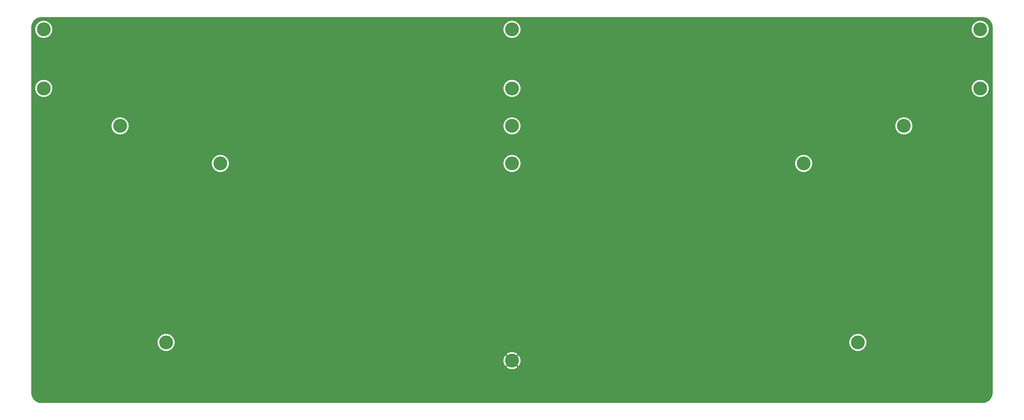
<source format=gbr>
G04 #@! TF.GenerationSoftware,KiCad,Pcbnew,7.0.10*
G04 #@! TF.CreationDate,2024-01-29T11:57:02+01:00*
G04 #@! TF.ProjectId,discipline-pcb,64697363-6970-46c6-996e-652d7063622e,rev?*
G04 #@! TF.SameCoordinates,Original*
G04 #@! TF.FileFunction,Copper,L2,Bot*
G04 #@! TF.FilePolarity,Positive*
%FSLAX46Y46*%
G04 Gerber Fmt 4.6, Leading zero omitted, Abs format (unit mm)*
G04 Created by KiCad (PCBNEW 7.0.10) date 2024-01-29 11:57:02*
%MOMM*%
%LPD*%
G01*
G04 APERTURE LIST*
G04 #@! TA.AperFunction,ComponentPad*
%ADD10C,4.400000*%
G04 #@! TD*
G04 APERTURE END LIST*
D10*
X206213345Y-92373872D03*
X81973322Y-92373872D03*
X330453369Y-92373872D03*
X206213345Y-166958110D03*
X206213345Y-61694750D03*
X206213345Y-80444750D03*
X206213345Y-104302994D03*
X298671968Y-104302994D03*
X113754723Y-104302994D03*
X315860803Y-161146960D03*
X96565888Y-161146960D03*
X354660309Y-80444750D03*
X354660309Y-61694750D03*
X57766382Y-61694750D03*
X57766382Y-80444750D03*
G04 #@! TA.AperFunction,Conductor*
G36*
X355356552Y-57770422D02*
G01*
X355684447Y-57787602D01*
X355697558Y-57788979D01*
X355697769Y-57789013D01*
X356018614Y-57839826D01*
X356031516Y-57842568D01*
X356345492Y-57926693D01*
X356358024Y-57930765D01*
X356496205Y-57983806D01*
X356661498Y-58047254D01*
X356673547Y-58052619D01*
X356963167Y-58200184D01*
X356974588Y-58206778D01*
X357247202Y-58383812D01*
X357257855Y-58391550D01*
X357510482Y-58596121D01*
X357520283Y-58604946D01*
X357750128Y-58834788D01*
X357758953Y-58844589D01*
X357963515Y-59097200D01*
X357971267Y-59107870D01*
X358148300Y-59380474D01*
X358154895Y-59391896D01*
X358302467Y-59681521D01*
X358307831Y-59693570D01*
X358424318Y-59997028D01*
X358428394Y-60009571D01*
X358512523Y-60323545D01*
X358515265Y-60336445D01*
X358566115Y-60657499D01*
X358567493Y-60670616D01*
X358584636Y-60997724D01*
X358584809Y-61004318D01*
X358584809Y-177191869D01*
X358584636Y-177198462D01*
X358567455Y-177526352D01*
X358566077Y-177539469D01*
X358515230Y-177860521D01*
X358512488Y-177873421D01*
X358428361Y-178187398D01*
X358424285Y-178199942D01*
X358307804Y-178503391D01*
X358302440Y-178515439D01*
X358154873Y-178805058D01*
X358148279Y-178816480D01*
X357971241Y-179089096D01*
X357963488Y-179099766D01*
X357758937Y-179352366D01*
X357750112Y-179362168D01*
X357520266Y-179592013D01*
X357510465Y-179600838D01*
X357257852Y-179805399D01*
X357247182Y-179813151D01*
X356974573Y-179990184D01*
X356963151Y-179996778D01*
X356673538Y-180144340D01*
X356661489Y-180149705D01*
X356358022Y-180266191D01*
X356345479Y-180270266D01*
X356031510Y-180354391D01*
X356018609Y-180357133D01*
X355697560Y-180407978D01*
X355684444Y-180409356D01*
X355356360Y-180426546D01*
X355349767Y-180426719D01*
X57120737Y-180426719D01*
X57120477Y-180426678D01*
X57079663Y-180426715D01*
X57073070Y-180426548D01*
X56745164Y-180409664D01*
X56732046Y-180408298D01*
X56410942Y-180357742D01*
X56398039Y-180355011D01*
X56083997Y-180271172D01*
X56071450Y-180267108D01*
X55767886Y-180150899D01*
X55755837Y-180145548D01*
X55678695Y-180106330D01*
X55466078Y-179998241D01*
X55454650Y-179991657D01*
X55181878Y-179814870D01*
X55171201Y-179807127D01*
X54918413Y-179602803D01*
X54908604Y-179593987D01*
X54678549Y-179364350D01*
X54669719Y-179354563D01*
X54464917Y-179102121D01*
X54457173Y-179091482D01*
X54279874Y-178819004D01*
X54273280Y-178807606D01*
X54235142Y-178732923D01*
X54125442Y-178518105D01*
X54120083Y-178506100D01*
X54003306Y-178202702D01*
X53999227Y-178190183D01*
X53914813Y-177876273D01*
X53912065Y-177863403D01*
X53860925Y-177542379D01*
X53859536Y-177529268D01*
X53842061Y-177201448D01*
X53841882Y-177194741D01*
X53841882Y-166958111D01*
X203500395Y-166958111D01*
X203520174Y-167285117D01*
X203520175Y-167285120D01*
X203579225Y-167607348D01*
X203579227Y-167607357D01*
X203676693Y-167920134D01*
X203811148Y-168218882D01*
X203980627Y-168499235D01*
X203980630Y-168499240D01*
X204126637Y-168685605D01*
X204126638Y-168685606D01*
X205275203Y-167537041D01*
X205378239Y-167681734D01*
X205530277Y-167826702D01*
X205636010Y-167894652D01*
X204485847Y-169044815D01*
X204485848Y-169044816D01*
X204672214Y-169190824D01*
X204672219Y-169190827D01*
X204952572Y-169360306D01*
X205251320Y-169494761D01*
X205564097Y-169592227D01*
X205564106Y-169592229D01*
X205886334Y-169651279D01*
X205886337Y-169651280D01*
X206213344Y-169671060D01*
X206213346Y-169671060D01*
X206540352Y-169651280D01*
X206540355Y-169651279D01*
X206862583Y-169592229D01*
X206862592Y-169592227D01*
X207175369Y-169494761D01*
X207474117Y-169360306D01*
X207754472Y-169190826D01*
X207940840Y-169044815D01*
X207940841Y-169044815D01*
X206792919Y-167896893D01*
X206810755Y-167887699D01*
X206975885Y-167757839D01*
X207113455Y-167599075D01*
X207150080Y-167535636D01*
X208300050Y-168685606D01*
X208300050Y-168685605D01*
X208446061Y-168499237D01*
X208615541Y-168218882D01*
X208749996Y-167920134D01*
X208847462Y-167607357D01*
X208847464Y-167607348D01*
X208906514Y-167285120D01*
X208906515Y-167285117D01*
X208926295Y-166958111D01*
X208926295Y-166958108D01*
X208906515Y-166631102D01*
X208906514Y-166631099D01*
X208847464Y-166308871D01*
X208847462Y-166308862D01*
X208749996Y-165996085D01*
X208615541Y-165697337D01*
X208446062Y-165416984D01*
X208446059Y-165416979D01*
X208300051Y-165230613D01*
X208300050Y-165230612D01*
X207151485Y-166379177D01*
X207048451Y-166234486D01*
X206896413Y-166089518D01*
X206790678Y-166021566D01*
X207940841Y-164871403D01*
X207940840Y-164871402D01*
X207754475Y-164725395D01*
X207754470Y-164725392D01*
X207474117Y-164555913D01*
X207175369Y-164421458D01*
X206862592Y-164323992D01*
X206862583Y-164323990D01*
X206540355Y-164264940D01*
X206540352Y-164264939D01*
X206213346Y-164245160D01*
X206213344Y-164245160D01*
X205886337Y-164264939D01*
X205886334Y-164264940D01*
X205564106Y-164323990D01*
X205564097Y-164323992D01*
X205251320Y-164421458D01*
X204952572Y-164555913D01*
X204672222Y-164725390D01*
X204485847Y-164871403D01*
X205633770Y-166019326D01*
X205615935Y-166028521D01*
X205450805Y-166158381D01*
X205313235Y-166317145D01*
X205276609Y-166380583D01*
X204126638Y-165230612D01*
X203980625Y-165416987D01*
X203811148Y-165697337D01*
X203676693Y-165996085D01*
X203579227Y-166308862D01*
X203579225Y-166308871D01*
X203520175Y-166631099D01*
X203520174Y-166631102D01*
X203500395Y-166958108D01*
X203500395Y-166958111D01*
X53841882Y-166958111D01*
X53841882Y-161146961D01*
X93852437Y-161146961D01*
X93872220Y-161474027D01*
X93872221Y-161474030D01*
X93931284Y-161796330D01*
X94028768Y-162109167D01*
X94163244Y-162407963D01*
X94332759Y-162688372D01*
X94534842Y-162946312D01*
X94534847Y-162946318D01*
X94766529Y-163178000D01*
X94766535Y-163178005D01*
X94766537Y-163178007D01*
X95024472Y-163380086D01*
X95024475Y-163380088D01*
X95304884Y-163549603D01*
X95603680Y-163684079D01*
X95603681Y-163684079D01*
X95603685Y-163684081D01*
X95916517Y-163781563D01*
X96238818Y-163840627D01*
X96456864Y-163853816D01*
X96565887Y-163860411D01*
X96565888Y-163860411D01*
X96565889Y-163860411D01*
X96647655Y-163855465D01*
X96892958Y-163840627D01*
X97215259Y-163781563D01*
X97528091Y-163684081D01*
X97607707Y-163648248D01*
X97826891Y-163549603D01*
X97963196Y-163467202D01*
X98107304Y-163380086D01*
X98365239Y-163178007D01*
X98596935Y-162946311D01*
X98799014Y-162688376D01*
X98968530Y-162407964D01*
X98968531Y-162407963D01*
X99103007Y-162109167D01*
X99103009Y-162109163D01*
X99200491Y-161796331D01*
X99259555Y-161474030D01*
X99279339Y-161146961D01*
X313147352Y-161146961D01*
X313167135Y-161474027D01*
X313167136Y-161474030D01*
X313226199Y-161796330D01*
X313323683Y-162109167D01*
X313458159Y-162407963D01*
X313627674Y-162688372D01*
X313829757Y-162946312D01*
X313829762Y-162946318D01*
X314061444Y-163178000D01*
X314061450Y-163178005D01*
X314061452Y-163178007D01*
X314319387Y-163380086D01*
X314319390Y-163380088D01*
X314599799Y-163549603D01*
X314898595Y-163684079D01*
X314898596Y-163684079D01*
X314898600Y-163684081D01*
X315211432Y-163781563D01*
X315533733Y-163840627D01*
X315751779Y-163853816D01*
X315860802Y-163860411D01*
X315860803Y-163860411D01*
X315860804Y-163860411D01*
X315942570Y-163855465D01*
X316187873Y-163840627D01*
X316510174Y-163781563D01*
X316823006Y-163684081D01*
X316902622Y-163648248D01*
X317121806Y-163549603D01*
X317258111Y-163467202D01*
X317402219Y-163380086D01*
X317660154Y-163178007D01*
X317891850Y-162946311D01*
X318093929Y-162688376D01*
X318263445Y-162407964D01*
X318263446Y-162407963D01*
X318397922Y-162109167D01*
X318397924Y-162109163D01*
X318495406Y-161796331D01*
X318554470Y-161474030D01*
X318574254Y-161146960D01*
X318554470Y-160819890D01*
X318495406Y-160497589D01*
X318397924Y-160184757D01*
X318397922Y-160184752D01*
X318263446Y-159885956D01*
X318093931Y-159605547D01*
X317891848Y-159347607D01*
X317891843Y-159347601D01*
X317660161Y-159115919D01*
X317660155Y-159115914D01*
X317402215Y-158913831D01*
X317121806Y-158744316D01*
X316823010Y-158609840D01*
X316510173Y-158512356D01*
X316187873Y-158453293D01*
X316187870Y-158453292D01*
X315860804Y-158433509D01*
X315860802Y-158433509D01*
X315533735Y-158453292D01*
X315533732Y-158453293D01*
X315211432Y-158512356D01*
X314898595Y-158609840D01*
X314599799Y-158744316D01*
X314319390Y-158913831D01*
X314061450Y-159115914D01*
X314061444Y-159115919D01*
X313829762Y-159347601D01*
X313829757Y-159347607D01*
X313627674Y-159605547D01*
X313458159Y-159885956D01*
X313323683Y-160184752D01*
X313226199Y-160497589D01*
X313167136Y-160819889D01*
X313167135Y-160819892D01*
X313147352Y-161146958D01*
X313147352Y-161146961D01*
X99279339Y-161146961D01*
X99279339Y-161146960D01*
X99259555Y-160819890D01*
X99200491Y-160497589D01*
X99103009Y-160184757D01*
X99103007Y-160184752D01*
X98968531Y-159885956D01*
X98799016Y-159605547D01*
X98596933Y-159347607D01*
X98596928Y-159347601D01*
X98365246Y-159115919D01*
X98365240Y-159115914D01*
X98107300Y-158913831D01*
X97826891Y-158744316D01*
X97528095Y-158609840D01*
X97215258Y-158512356D01*
X96892958Y-158453293D01*
X96892955Y-158453292D01*
X96565889Y-158433509D01*
X96565887Y-158433509D01*
X96238820Y-158453292D01*
X96238817Y-158453293D01*
X95916517Y-158512356D01*
X95603680Y-158609840D01*
X95304884Y-158744316D01*
X95024475Y-158913831D01*
X94766535Y-159115914D01*
X94766529Y-159115919D01*
X94534847Y-159347601D01*
X94534842Y-159347607D01*
X94332759Y-159605547D01*
X94163244Y-159885956D01*
X94028768Y-160184752D01*
X93931284Y-160497589D01*
X93872221Y-160819889D01*
X93872220Y-160819892D01*
X93852437Y-161146958D01*
X93852437Y-161146961D01*
X53841882Y-161146961D01*
X53841882Y-104302995D01*
X111041272Y-104302995D01*
X111061055Y-104630061D01*
X111061056Y-104630064D01*
X111120119Y-104952364D01*
X111217603Y-105265201D01*
X111352079Y-105563997D01*
X111521594Y-105844406D01*
X111723677Y-106102346D01*
X111723682Y-106102352D01*
X111955364Y-106334034D01*
X111955370Y-106334039D01*
X111955372Y-106334041D01*
X112213307Y-106536120D01*
X112213310Y-106536122D01*
X112493719Y-106705637D01*
X112792515Y-106840113D01*
X112792516Y-106840113D01*
X112792520Y-106840115D01*
X113105352Y-106937597D01*
X113427653Y-106996661D01*
X113645699Y-107009850D01*
X113754722Y-107016445D01*
X113754723Y-107016445D01*
X113754724Y-107016445D01*
X113836490Y-107011499D01*
X114081793Y-106996661D01*
X114404094Y-106937597D01*
X114716926Y-106840115D01*
X114796542Y-106804282D01*
X115015726Y-106705637D01*
X115152031Y-106623236D01*
X115296139Y-106536120D01*
X115554074Y-106334041D01*
X115785770Y-106102345D01*
X115987849Y-105844410D01*
X116157365Y-105563998D01*
X116157366Y-105563997D01*
X116291842Y-105265201D01*
X116291844Y-105265197D01*
X116389326Y-104952365D01*
X116448390Y-104630064D01*
X116468174Y-104302995D01*
X203499894Y-104302995D01*
X203519677Y-104630061D01*
X203519678Y-104630064D01*
X203578741Y-104952364D01*
X203676225Y-105265201D01*
X203810701Y-105563997D01*
X203980216Y-105844406D01*
X204182299Y-106102346D01*
X204182304Y-106102352D01*
X204413986Y-106334034D01*
X204413992Y-106334039D01*
X204413994Y-106334041D01*
X204671929Y-106536120D01*
X204671932Y-106536122D01*
X204952341Y-106705637D01*
X205251137Y-106840113D01*
X205251138Y-106840113D01*
X205251142Y-106840115D01*
X205563974Y-106937597D01*
X205886275Y-106996661D01*
X206104321Y-107009850D01*
X206213344Y-107016445D01*
X206213345Y-107016445D01*
X206213346Y-107016445D01*
X206295112Y-107011499D01*
X206540415Y-106996661D01*
X206862716Y-106937597D01*
X207175548Y-106840115D01*
X207255164Y-106804282D01*
X207474348Y-106705637D01*
X207610653Y-106623236D01*
X207754761Y-106536120D01*
X208012696Y-106334041D01*
X208244392Y-106102345D01*
X208446471Y-105844410D01*
X208615987Y-105563998D01*
X208615988Y-105563997D01*
X208750464Y-105265201D01*
X208750466Y-105265197D01*
X208847948Y-104952365D01*
X208907012Y-104630064D01*
X208926796Y-104302995D01*
X295958517Y-104302995D01*
X295978300Y-104630061D01*
X295978301Y-104630064D01*
X296037364Y-104952364D01*
X296134848Y-105265201D01*
X296269324Y-105563997D01*
X296438839Y-105844406D01*
X296640922Y-106102346D01*
X296640927Y-106102352D01*
X296872609Y-106334034D01*
X296872615Y-106334039D01*
X296872617Y-106334041D01*
X297130552Y-106536120D01*
X297130555Y-106536122D01*
X297410964Y-106705637D01*
X297709760Y-106840113D01*
X297709761Y-106840113D01*
X297709765Y-106840115D01*
X298022597Y-106937597D01*
X298344898Y-106996661D01*
X298562944Y-107009850D01*
X298671967Y-107016445D01*
X298671968Y-107016445D01*
X298671969Y-107016445D01*
X298753735Y-107011499D01*
X298999038Y-106996661D01*
X299321339Y-106937597D01*
X299634171Y-106840115D01*
X299713787Y-106804282D01*
X299932971Y-106705637D01*
X300069276Y-106623236D01*
X300213384Y-106536120D01*
X300471319Y-106334041D01*
X300703015Y-106102345D01*
X300905094Y-105844410D01*
X301074610Y-105563998D01*
X301074611Y-105563997D01*
X301209087Y-105265201D01*
X301209089Y-105265197D01*
X301306571Y-104952365D01*
X301365635Y-104630064D01*
X301385419Y-104302994D01*
X301365635Y-103975924D01*
X301306571Y-103653623D01*
X301209089Y-103340791D01*
X301209087Y-103340786D01*
X301074611Y-103041990D01*
X300905096Y-102761581D01*
X300703013Y-102503641D01*
X300703008Y-102503635D01*
X300471326Y-102271953D01*
X300471320Y-102271948D01*
X300213380Y-102069865D01*
X299932971Y-101900350D01*
X299634175Y-101765874D01*
X299321338Y-101668390D01*
X298999038Y-101609327D01*
X298999035Y-101609326D01*
X298671969Y-101589543D01*
X298671967Y-101589543D01*
X298344900Y-101609326D01*
X298344897Y-101609327D01*
X298022597Y-101668390D01*
X297709760Y-101765874D01*
X297410964Y-101900350D01*
X297130555Y-102069865D01*
X296872615Y-102271948D01*
X296872609Y-102271953D01*
X296640927Y-102503635D01*
X296640922Y-102503641D01*
X296438839Y-102761581D01*
X296269324Y-103041990D01*
X296134848Y-103340786D01*
X296037364Y-103653623D01*
X295978301Y-103975923D01*
X295978300Y-103975926D01*
X295958517Y-104302992D01*
X295958517Y-104302995D01*
X208926796Y-104302995D01*
X208926796Y-104302994D01*
X208907012Y-103975924D01*
X208847948Y-103653623D01*
X208750466Y-103340791D01*
X208750464Y-103340786D01*
X208615988Y-103041990D01*
X208446473Y-102761581D01*
X208244390Y-102503641D01*
X208244385Y-102503635D01*
X208012703Y-102271953D01*
X208012697Y-102271948D01*
X207754757Y-102069865D01*
X207474348Y-101900350D01*
X207175552Y-101765874D01*
X206862715Y-101668390D01*
X206540415Y-101609327D01*
X206540412Y-101609326D01*
X206213346Y-101589543D01*
X206213344Y-101589543D01*
X205886277Y-101609326D01*
X205886274Y-101609327D01*
X205563974Y-101668390D01*
X205251137Y-101765874D01*
X204952341Y-101900350D01*
X204671932Y-102069865D01*
X204413992Y-102271948D01*
X204413986Y-102271953D01*
X204182304Y-102503635D01*
X204182299Y-102503641D01*
X203980216Y-102761581D01*
X203810701Y-103041990D01*
X203676225Y-103340786D01*
X203578741Y-103653623D01*
X203519678Y-103975923D01*
X203519677Y-103975926D01*
X203499894Y-104302992D01*
X203499894Y-104302995D01*
X116468174Y-104302995D01*
X116468174Y-104302994D01*
X116448390Y-103975924D01*
X116389326Y-103653623D01*
X116291844Y-103340791D01*
X116291842Y-103340786D01*
X116157366Y-103041990D01*
X115987851Y-102761581D01*
X115785768Y-102503641D01*
X115785763Y-102503635D01*
X115554081Y-102271953D01*
X115554075Y-102271948D01*
X115296135Y-102069865D01*
X115015726Y-101900350D01*
X114716930Y-101765874D01*
X114404093Y-101668390D01*
X114081793Y-101609327D01*
X114081790Y-101609326D01*
X113754724Y-101589543D01*
X113754722Y-101589543D01*
X113427655Y-101609326D01*
X113427652Y-101609327D01*
X113105352Y-101668390D01*
X112792515Y-101765874D01*
X112493719Y-101900350D01*
X112213310Y-102069865D01*
X111955370Y-102271948D01*
X111955364Y-102271953D01*
X111723682Y-102503635D01*
X111723677Y-102503641D01*
X111521594Y-102761581D01*
X111352079Y-103041990D01*
X111217603Y-103340786D01*
X111120119Y-103653623D01*
X111061056Y-103975923D01*
X111061055Y-103975926D01*
X111041272Y-104302992D01*
X111041272Y-104302995D01*
X53841882Y-104302995D01*
X53841882Y-92373873D01*
X79259871Y-92373873D01*
X79279654Y-92700939D01*
X79279655Y-92700942D01*
X79338718Y-93023242D01*
X79436202Y-93336079D01*
X79570678Y-93634875D01*
X79740193Y-93915284D01*
X79942276Y-94173224D01*
X79942281Y-94173230D01*
X80173963Y-94404912D01*
X80173969Y-94404917D01*
X80173971Y-94404919D01*
X80431906Y-94606998D01*
X80431909Y-94607000D01*
X80712318Y-94776515D01*
X81011114Y-94910991D01*
X81011115Y-94910991D01*
X81011119Y-94910993D01*
X81323951Y-95008475D01*
X81646252Y-95067539D01*
X81864298Y-95080728D01*
X81973321Y-95087323D01*
X81973322Y-95087323D01*
X81973323Y-95087323D01*
X82055089Y-95082377D01*
X82300392Y-95067539D01*
X82622693Y-95008475D01*
X82935525Y-94910993D01*
X83015141Y-94875160D01*
X83234325Y-94776515D01*
X83370630Y-94694114D01*
X83514738Y-94606998D01*
X83772673Y-94404919D01*
X84004369Y-94173223D01*
X84206448Y-93915288D01*
X84375964Y-93634876D01*
X84375965Y-93634875D01*
X84510441Y-93336079D01*
X84510443Y-93336075D01*
X84607925Y-93023243D01*
X84666989Y-92700942D01*
X84686773Y-92373873D01*
X203499894Y-92373873D01*
X203519677Y-92700939D01*
X203519678Y-92700942D01*
X203578741Y-93023242D01*
X203676225Y-93336079D01*
X203810701Y-93634875D01*
X203980216Y-93915284D01*
X204182299Y-94173224D01*
X204182304Y-94173230D01*
X204413986Y-94404912D01*
X204413992Y-94404917D01*
X204413994Y-94404919D01*
X204671929Y-94606998D01*
X204671932Y-94607000D01*
X204952341Y-94776515D01*
X205251137Y-94910991D01*
X205251138Y-94910991D01*
X205251142Y-94910993D01*
X205563974Y-95008475D01*
X205886275Y-95067539D01*
X206104321Y-95080728D01*
X206213344Y-95087323D01*
X206213345Y-95087323D01*
X206213346Y-95087323D01*
X206295112Y-95082377D01*
X206540415Y-95067539D01*
X206862716Y-95008475D01*
X207175548Y-94910993D01*
X207255164Y-94875160D01*
X207474348Y-94776515D01*
X207610653Y-94694114D01*
X207754761Y-94606998D01*
X208012696Y-94404919D01*
X208244392Y-94173223D01*
X208446471Y-93915288D01*
X208615987Y-93634876D01*
X208615988Y-93634875D01*
X208750464Y-93336079D01*
X208750466Y-93336075D01*
X208847948Y-93023243D01*
X208907012Y-92700942D01*
X208926796Y-92373873D01*
X327739918Y-92373873D01*
X327759701Y-92700939D01*
X327759702Y-92700942D01*
X327818765Y-93023242D01*
X327916249Y-93336079D01*
X328050725Y-93634875D01*
X328220240Y-93915284D01*
X328422323Y-94173224D01*
X328422328Y-94173230D01*
X328654010Y-94404912D01*
X328654016Y-94404917D01*
X328654018Y-94404919D01*
X328911953Y-94606998D01*
X328911956Y-94607000D01*
X329192365Y-94776515D01*
X329491161Y-94910991D01*
X329491162Y-94910991D01*
X329491166Y-94910993D01*
X329803998Y-95008475D01*
X330126299Y-95067539D01*
X330344345Y-95080728D01*
X330453368Y-95087323D01*
X330453369Y-95087323D01*
X330453370Y-95087323D01*
X330535136Y-95082377D01*
X330780439Y-95067539D01*
X331102740Y-95008475D01*
X331415572Y-94910993D01*
X331495188Y-94875160D01*
X331714372Y-94776515D01*
X331850677Y-94694114D01*
X331994785Y-94606998D01*
X332252720Y-94404919D01*
X332484416Y-94173223D01*
X332686495Y-93915288D01*
X332856011Y-93634876D01*
X332856012Y-93634875D01*
X332990488Y-93336079D01*
X332990490Y-93336075D01*
X333087972Y-93023243D01*
X333147036Y-92700942D01*
X333166820Y-92373872D01*
X333147036Y-92046802D01*
X333087972Y-91724501D01*
X332990490Y-91411669D01*
X332990488Y-91411664D01*
X332856012Y-91112868D01*
X332686497Y-90832459D01*
X332484414Y-90574519D01*
X332484409Y-90574513D01*
X332252727Y-90342831D01*
X332252721Y-90342826D01*
X331994781Y-90140743D01*
X331714372Y-89971228D01*
X331415576Y-89836752D01*
X331102739Y-89739268D01*
X330780439Y-89680205D01*
X330780436Y-89680204D01*
X330453370Y-89660421D01*
X330453368Y-89660421D01*
X330126301Y-89680204D01*
X330126298Y-89680205D01*
X329803998Y-89739268D01*
X329491161Y-89836752D01*
X329192365Y-89971228D01*
X328911956Y-90140743D01*
X328654016Y-90342826D01*
X328654010Y-90342831D01*
X328422328Y-90574513D01*
X328422323Y-90574519D01*
X328220240Y-90832459D01*
X328050725Y-91112868D01*
X327916249Y-91411664D01*
X327818765Y-91724501D01*
X327759702Y-92046801D01*
X327759701Y-92046804D01*
X327739918Y-92373870D01*
X327739918Y-92373873D01*
X208926796Y-92373873D01*
X208926796Y-92373872D01*
X208907012Y-92046802D01*
X208847948Y-91724501D01*
X208750466Y-91411669D01*
X208750464Y-91411664D01*
X208615988Y-91112868D01*
X208446473Y-90832459D01*
X208244390Y-90574519D01*
X208244385Y-90574513D01*
X208012703Y-90342831D01*
X208012697Y-90342826D01*
X207754757Y-90140743D01*
X207474348Y-89971228D01*
X207175552Y-89836752D01*
X206862715Y-89739268D01*
X206540415Y-89680205D01*
X206540412Y-89680204D01*
X206213346Y-89660421D01*
X206213344Y-89660421D01*
X205886277Y-89680204D01*
X205886274Y-89680205D01*
X205563974Y-89739268D01*
X205251137Y-89836752D01*
X204952341Y-89971228D01*
X204671932Y-90140743D01*
X204413992Y-90342826D01*
X204413986Y-90342831D01*
X204182304Y-90574513D01*
X204182299Y-90574519D01*
X203980216Y-90832459D01*
X203810701Y-91112868D01*
X203676225Y-91411664D01*
X203578741Y-91724501D01*
X203519678Y-92046801D01*
X203519677Y-92046804D01*
X203499894Y-92373870D01*
X203499894Y-92373873D01*
X84686773Y-92373873D01*
X84686773Y-92373872D01*
X84666989Y-92046802D01*
X84607925Y-91724501D01*
X84510443Y-91411669D01*
X84510441Y-91411664D01*
X84375965Y-91112868D01*
X84206450Y-90832459D01*
X84004367Y-90574519D01*
X84004362Y-90574513D01*
X83772680Y-90342831D01*
X83772674Y-90342826D01*
X83514734Y-90140743D01*
X83234325Y-89971228D01*
X82935529Y-89836752D01*
X82622692Y-89739268D01*
X82300392Y-89680205D01*
X82300389Y-89680204D01*
X81973323Y-89660421D01*
X81973321Y-89660421D01*
X81646254Y-89680204D01*
X81646251Y-89680205D01*
X81323951Y-89739268D01*
X81011114Y-89836752D01*
X80712318Y-89971228D01*
X80431909Y-90140743D01*
X80173969Y-90342826D01*
X80173963Y-90342831D01*
X79942281Y-90574513D01*
X79942276Y-90574519D01*
X79740193Y-90832459D01*
X79570678Y-91112868D01*
X79436202Y-91411664D01*
X79338718Y-91724501D01*
X79279655Y-92046801D01*
X79279654Y-92046804D01*
X79259871Y-92373870D01*
X79259871Y-92373873D01*
X53841882Y-92373873D01*
X53841882Y-80444751D01*
X55052931Y-80444751D01*
X55072714Y-80771817D01*
X55072715Y-80771820D01*
X55131778Y-81094120D01*
X55229262Y-81406957D01*
X55363738Y-81705753D01*
X55533253Y-81986162D01*
X55735336Y-82244102D01*
X55735341Y-82244108D01*
X55967023Y-82475790D01*
X55967029Y-82475795D01*
X55967031Y-82475797D01*
X56224966Y-82677876D01*
X56224969Y-82677878D01*
X56505378Y-82847393D01*
X56804174Y-82981869D01*
X56804175Y-82981869D01*
X56804179Y-82981871D01*
X57117011Y-83079353D01*
X57439312Y-83138417D01*
X57657358Y-83151606D01*
X57766381Y-83158201D01*
X57766382Y-83158201D01*
X57766383Y-83158201D01*
X57848149Y-83153255D01*
X58093452Y-83138417D01*
X58415753Y-83079353D01*
X58728585Y-82981871D01*
X58808201Y-82946038D01*
X59027385Y-82847393D01*
X59163690Y-82764992D01*
X59307798Y-82677876D01*
X59565733Y-82475797D01*
X59797429Y-82244101D01*
X59999508Y-81986166D01*
X60169024Y-81705754D01*
X60169025Y-81705753D01*
X60303501Y-81406957D01*
X60303503Y-81406953D01*
X60400985Y-81094121D01*
X60460049Y-80771820D01*
X60479833Y-80444751D01*
X203499894Y-80444751D01*
X203519677Y-80771817D01*
X203519678Y-80771820D01*
X203578741Y-81094120D01*
X203676225Y-81406957D01*
X203810701Y-81705753D01*
X203980216Y-81986162D01*
X204182299Y-82244102D01*
X204182304Y-82244108D01*
X204413986Y-82475790D01*
X204413992Y-82475795D01*
X204413994Y-82475797D01*
X204671929Y-82677876D01*
X204671932Y-82677878D01*
X204952341Y-82847393D01*
X205251137Y-82981869D01*
X205251138Y-82981869D01*
X205251142Y-82981871D01*
X205563974Y-83079353D01*
X205886275Y-83138417D01*
X206104321Y-83151606D01*
X206213344Y-83158201D01*
X206213345Y-83158201D01*
X206213346Y-83158201D01*
X206295112Y-83153255D01*
X206540415Y-83138417D01*
X206862716Y-83079353D01*
X207175548Y-82981871D01*
X207255164Y-82946038D01*
X207474348Y-82847393D01*
X207610653Y-82764992D01*
X207754761Y-82677876D01*
X208012696Y-82475797D01*
X208244392Y-82244101D01*
X208446471Y-81986166D01*
X208615987Y-81705754D01*
X208615988Y-81705753D01*
X208750464Y-81406957D01*
X208750466Y-81406953D01*
X208847948Y-81094121D01*
X208907012Y-80771820D01*
X208926796Y-80444751D01*
X351946858Y-80444751D01*
X351966641Y-80771817D01*
X351966642Y-80771820D01*
X352025705Y-81094120D01*
X352123189Y-81406957D01*
X352257665Y-81705753D01*
X352427180Y-81986162D01*
X352629263Y-82244102D01*
X352629268Y-82244108D01*
X352860950Y-82475790D01*
X352860956Y-82475795D01*
X352860958Y-82475797D01*
X353118893Y-82677876D01*
X353118896Y-82677878D01*
X353399305Y-82847393D01*
X353698101Y-82981869D01*
X353698102Y-82981869D01*
X353698106Y-82981871D01*
X354010938Y-83079353D01*
X354333239Y-83138417D01*
X354551285Y-83151606D01*
X354660308Y-83158201D01*
X354660309Y-83158201D01*
X354660310Y-83158201D01*
X354742076Y-83153255D01*
X354987379Y-83138417D01*
X355309680Y-83079353D01*
X355622512Y-82981871D01*
X355702128Y-82946038D01*
X355921312Y-82847393D01*
X356057617Y-82764992D01*
X356201725Y-82677876D01*
X356459660Y-82475797D01*
X356691356Y-82244101D01*
X356893435Y-81986166D01*
X357062951Y-81705754D01*
X357062952Y-81705753D01*
X357197428Y-81406957D01*
X357197430Y-81406953D01*
X357294912Y-81094121D01*
X357353976Y-80771820D01*
X357373760Y-80444750D01*
X357353976Y-80117680D01*
X357294912Y-79795379D01*
X357197430Y-79482547D01*
X357197428Y-79482542D01*
X357062952Y-79183746D01*
X356893437Y-78903337D01*
X356691354Y-78645397D01*
X356691349Y-78645391D01*
X356459667Y-78413709D01*
X356459661Y-78413704D01*
X356201721Y-78211621D01*
X355921312Y-78042106D01*
X355622516Y-77907630D01*
X355309679Y-77810146D01*
X354987379Y-77751083D01*
X354987376Y-77751082D01*
X354660310Y-77731299D01*
X354660308Y-77731299D01*
X354333241Y-77751082D01*
X354333238Y-77751083D01*
X354010938Y-77810146D01*
X353698101Y-77907630D01*
X353399305Y-78042106D01*
X353118896Y-78211621D01*
X352860956Y-78413704D01*
X352860950Y-78413709D01*
X352629268Y-78645391D01*
X352629263Y-78645397D01*
X352427180Y-78903337D01*
X352257665Y-79183746D01*
X352123189Y-79482542D01*
X352025705Y-79795379D01*
X351966642Y-80117679D01*
X351966641Y-80117682D01*
X351946858Y-80444748D01*
X351946858Y-80444751D01*
X208926796Y-80444751D01*
X208926796Y-80444750D01*
X208907012Y-80117680D01*
X208847948Y-79795379D01*
X208750466Y-79482547D01*
X208750464Y-79482542D01*
X208615988Y-79183746D01*
X208446473Y-78903337D01*
X208244390Y-78645397D01*
X208244385Y-78645391D01*
X208012703Y-78413709D01*
X208012697Y-78413704D01*
X207754757Y-78211621D01*
X207474348Y-78042106D01*
X207175552Y-77907630D01*
X206862715Y-77810146D01*
X206540415Y-77751083D01*
X206540412Y-77751082D01*
X206213346Y-77731299D01*
X206213344Y-77731299D01*
X205886277Y-77751082D01*
X205886274Y-77751083D01*
X205563974Y-77810146D01*
X205251137Y-77907630D01*
X204952341Y-78042106D01*
X204671932Y-78211621D01*
X204413992Y-78413704D01*
X204413986Y-78413709D01*
X204182304Y-78645391D01*
X204182299Y-78645397D01*
X203980216Y-78903337D01*
X203810701Y-79183746D01*
X203676225Y-79482542D01*
X203578741Y-79795379D01*
X203519678Y-80117679D01*
X203519677Y-80117682D01*
X203499894Y-80444748D01*
X203499894Y-80444751D01*
X60479833Y-80444751D01*
X60479833Y-80444750D01*
X60460049Y-80117680D01*
X60400985Y-79795379D01*
X60303503Y-79482547D01*
X60303501Y-79482542D01*
X60169025Y-79183746D01*
X59999510Y-78903337D01*
X59797427Y-78645397D01*
X59797422Y-78645391D01*
X59565740Y-78413709D01*
X59565734Y-78413704D01*
X59307794Y-78211621D01*
X59027385Y-78042106D01*
X58728589Y-77907630D01*
X58415752Y-77810146D01*
X58093452Y-77751083D01*
X58093449Y-77751082D01*
X57766383Y-77731299D01*
X57766381Y-77731299D01*
X57439314Y-77751082D01*
X57439311Y-77751083D01*
X57117011Y-77810146D01*
X56804174Y-77907630D01*
X56505378Y-78042106D01*
X56224969Y-78211621D01*
X55967029Y-78413704D01*
X55967023Y-78413709D01*
X55735341Y-78645391D01*
X55735336Y-78645397D01*
X55533253Y-78903337D01*
X55363738Y-79183746D01*
X55229262Y-79482542D01*
X55131778Y-79795379D01*
X55072715Y-80117679D01*
X55072714Y-80117682D01*
X55052931Y-80444748D01*
X55052931Y-80444751D01*
X53841882Y-80444751D01*
X53841882Y-61694751D01*
X55052931Y-61694751D01*
X55072714Y-62021817D01*
X55072715Y-62021820D01*
X55131778Y-62344120D01*
X55229262Y-62656957D01*
X55363738Y-62955753D01*
X55533253Y-63236162D01*
X55735336Y-63494102D01*
X55735341Y-63494108D01*
X55967023Y-63725790D01*
X55967029Y-63725795D01*
X55967031Y-63725797D01*
X56224966Y-63927876D01*
X56224969Y-63927878D01*
X56505378Y-64097393D01*
X56804174Y-64231869D01*
X56804175Y-64231869D01*
X56804179Y-64231871D01*
X57117011Y-64329353D01*
X57439312Y-64388417D01*
X57657358Y-64401606D01*
X57766381Y-64408201D01*
X57766382Y-64408201D01*
X57766383Y-64408201D01*
X57848149Y-64403255D01*
X58093452Y-64388417D01*
X58415753Y-64329353D01*
X58728585Y-64231871D01*
X58808201Y-64196038D01*
X59027385Y-64097393D01*
X59163690Y-64014992D01*
X59307798Y-63927876D01*
X59565733Y-63725797D01*
X59797429Y-63494101D01*
X59999508Y-63236166D01*
X60169024Y-62955754D01*
X60169025Y-62955753D01*
X60303501Y-62656957D01*
X60303503Y-62656953D01*
X60400985Y-62344121D01*
X60460049Y-62021820D01*
X60479833Y-61694751D01*
X203499894Y-61694751D01*
X203519677Y-62021817D01*
X203519678Y-62021820D01*
X203578741Y-62344120D01*
X203676225Y-62656957D01*
X203810701Y-62955753D01*
X203980216Y-63236162D01*
X204182299Y-63494102D01*
X204182304Y-63494108D01*
X204413986Y-63725790D01*
X204413992Y-63725795D01*
X204413994Y-63725797D01*
X204671929Y-63927876D01*
X204671932Y-63927878D01*
X204952341Y-64097393D01*
X205251137Y-64231869D01*
X205251138Y-64231869D01*
X205251142Y-64231871D01*
X205563974Y-64329353D01*
X205886275Y-64388417D01*
X206104321Y-64401606D01*
X206213344Y-64408201D01*
X206213345Y-64408201D01*
X206213346Y-64408201D01*
X206295112Y-64403255D01*
X206540415Y-64388417D01*
X206862716Y-64329353D01*
X207175548Y-64231871D01*
X207255164Y-64196038D01*
X207474348Y-64097393D01*
X207610653Y-64014992D01*
X207754761Y-63927876D01*
X208012696Y-63725797D01*
X208244392Y-63494101D01*
X208446471Y-63236166D01*
X208615987Y-62955754D01*
X208615988Y-62955753D01*
X208750464Y-62656957D01*
X208750466Y-62656953D01*
X208847948Y-62344121D01*
X208907012Y-62021820D01*
X208926796Y-61694751D01*
X351946858Y-61694751D01*
X351966641Y-62021817D01*
X351966642Y-62021820D01*
X352025705Y-62344120D01*
X352123189Y-62656957D01*
X352257665Y-62955753D01*
X352427180Y-63236162D01*
X352629263Y-63494102D01*
X352629268Y-63494108D01*
X352860950Y-63725790D01*
X352860956Y-63725795D01*
X352860958Y-63725797D01*
X353118893Y-63927876D01*
X353118896Y-63927878D01*
X353399305Y-64097393D01*
X353698101Y-64231869D01*
X353698102Y-64231869D01*
X353698106Y-64231871D01*
X354010938Y-64329353D01*
X354333239Y-64388417D01*
X354551285Y-64401606D01*
X354660308Y-64408201D01*
X354660309Y-64408201D01*
X354660310Y-64408201D01*
X354742076Y-64403255D01*
X354987379Y-64388417D01*
X355309680Y-64329353D01*
X355622512Y-64231871D01*
X355702128Y-64196038D01*
X355921312Y-64097393D01*
X356057617Y-64014992D01*
X356201725Y-63927876D01*
X356459660Y-63725797D01*
X356691356Y-63494101D01*
X356893435Y-63236166D01*
X357062951Y-62955754D01*
X357062952Y-62955753D01*
X357197428Y-62656957D01*
X357197430Y-62656953D01*
X357294912Y-62344121D01*
X357353976Y-62021820D01*
X357373760Y-61694750D01*
X357353976Y-61367680D01*
X357294912Y-61045379D01*
X357197430Y-60732547D01*
X357169559Y-60670620D01*
X357062952Y-60433746D01*
X356893437Y-60153337D01*
X356893435Y-60153334D01*
X356691356Y-59895399D01*
X356691354Y-59895397D01*
X356691349Y-59895391D01*
X356459667Y-59663709D01*
X356459661Y-59663704D01*
X356204807Y-59464039D01*
X356201725Y-59461624D01*
X356201724Y-59461623D01*
X356201721Y-59461621D01*
X355921312Y-59292106D01*
X355622516Y-59157630D01*
X355309679Y-59060146D01*
X354987379Y-59001083D01*
X354987376Y-59001082D01*
X354660310Y-58981299D01*
X354660308Y-58981299D01*
X354333241Y-59001082D01*
X354333238Y-59001083D01*
X354010938Y-59060146D01*
X353698101Y-59157630D01*
X353399305Y-59292106D01*
X353118896Y-59461621D01*
X352860956Y-59663704D01*
X352860950Y-59663709D01*
X352629268Y-59895391D01*
X352629263Y-59895397D01*
X352427180Y-60153337D01*
X352257665Y-60433746D01*
X352123189Y-60732542D01*
X352025705Y-61045379D01*
X351966642Y-61367679D01*
X351966641Y-61367682D01*
X351946858Y-61694748D01*
X351946858Y-61694751D01*
X208926796Y-61694751D01*
X208926796Y-61694750D01*
X208907012Y-61367680D01*
X208847948Y-61045379D01*
X208750466Y-60732547D01*
X208722595Y-60670620D01*
X208615988Y-60433746D01*
X208446473Y-60153337D01*
X208446471Y-60153334D01*
X208244392Y-59895399D01*
X208244390Y-59895397D01*
X208244385Y-59895391D01*
X208012703Y-59663709D01*
X208012697Y-59663704D01*
X207757843Y-59464039D01*
X207754761Y-59461624D01*
X207754760Y-59461623D01*
X207754757Y-59461621D01*
X207474348Y-59292106D01*
X207175552Y-59157630D01*
X206862715Y-59060146D01*
X206540415Y-59001083D01*
X206540412Y-59001082D01*
X206213346Y-58981299D01*
X206213344Y-58981299D01*
X205886277Y-59001082D01*
X205886274Y-59001083D01*
X205563974Y-59060146D01*
X205251137Y-59157630D01*
X204952341Y-59292106D01*
X204671932Y-59461621D01*
X204413992Y-59663704D01*
X204413986Y-59663709D01*
X204182304Y-59895391D01*
X204182299Y-59895397D01*
X203980216Y-60153337D01*
X203810701Y-60433746D01*
X203676225Y-60732542D01*
X203578741Y-61045379D01*
X203519678Y-61367679D01*
X203519677Y-61367682D01*
X203499894Y-61694748D01*
X203499894Y-61694751D01*
X60479833Y-61694751D01*
X60479833Y-61694750D01*
X60460049Y-61367680D01*
X60400985Y-61045379D01*
X60303503Y-60732547D01*
X60275632Y-60670620D01*
X60169025Y-60433746D01*
X59999510Y-60153337D01*
X59999508Y-60153334D01*
X59797429Y-59895399D01*
X59797427Y-59895397D01*
X59797422Y-59895391D01*
X59565740Y-59663709D01*
X59565734Y-59663704D01*
X59310880Y-59464039D01*
X59307798Y-59461624D01*
X59307797Y-59461623D01*
X59307794Y-59461621D01*
X59027385Y-59292106D01*
X58728589Y-59157630D01*
X58415752Y-59060146D01*
X58093452Y-59001083D01*
X58093449Y-59001082D01*
X57766383Y-58981299D01*
X57766381Y-58981299D01*
X57439314Y-59001082D01*
X57439311Y-59001083D01*
X57117011Y-59060146D01*
X56804174Y-59157630D01*
X56505378Y-59292106D01*
X56224969Y-59461621D01*
X55967029Y-59663704D01*
X55967023Y-59663709D01*
X55735341Y-59895391D01*
X55735336Y-59895397D01*
X55533253Y-60153337D01*
X55363738Y-60433746D01*
X55229262Y-60732542D01*
X55131778Y-61045379D01*
X55072715Y-61367679D01*
X55072714Y-61367682D01*
X55052931Y-61694748D01*
X55052931Y-61694751D01*
X53841882Y-61694751D01*
X53841882Y-61005101D01*
X53842055Y-60998507D01*
X53859238Y-60670620D01*
X53860616Y-60657503D01*
X53896056Y-60433746D01*
X53911465Y-60336449D01*
X53914207Y-60323553D01*
X53967372Y-60125139D01*
X53998338Y-60009571D01*
X54002412Y-59997035D01*
X54002415Y-59997028D01*
X54118902Y-59693570D01*
X54124250Y-59681555D01*
X54271841Y-59391896D01*
X54278416Y-59380507D01*
X54455463Y-59107880D01*
X54463198Y-59097234D01*
X54667776Y-58844602D01*
X54676582Y-58834822D01*
X54906443Y-58604964D01*
X54916225Y-58596156D01*
X55168855Y-58391583D01*
X55179507Y-58383843D01*
X55452140Y-58206796D01*
X55463533Y-58200219D01*
X55753167Y-58052646D01*
X55765200Y-58047288D01*
X56068678Y-57930797D01*
X56081211Y-57926725D01*
X56395204Y-57842594D01*
X56408063Y-57839861D01*
X56729139Y-57789012D01*
X56742241Y-57787635D01*
X56927458Y-57777930D01*
X57070754Y-57770423D01*
X57077347Y-57770250D01*
X57097971Y-57770250D01*
X355328720Y-57770250D01*
X355349961Y-57770250D01*
X355356552Y-57770422D01*
G37*
G04 #@! TD.AperFunction*
M02*

</source>
